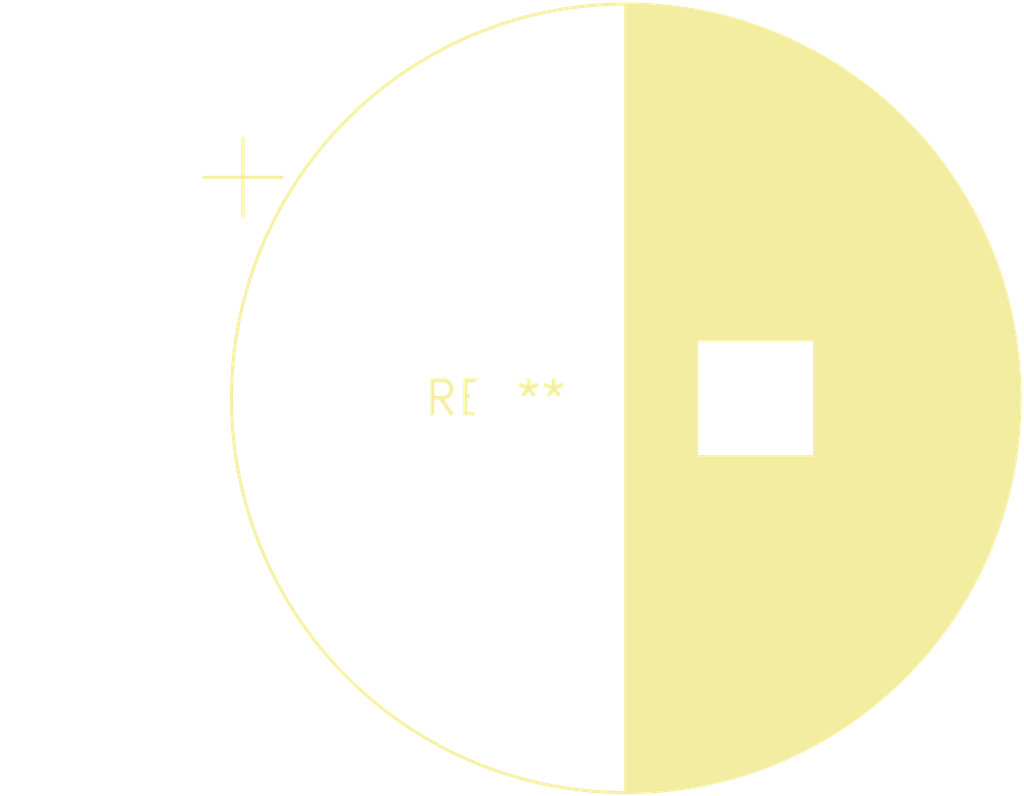
<source format=kicad_pcb>
(kicad_pcb (version 20240108) (generator pcbnew)
  (layers (0 "F.Cu" signal) (31 "B.Cu" signal) (34 "B.Paste" user) (35 "F.Paste" user) (36 "B.SilkS" user "B.Silkscreen") (37 "F.SilkS" user "F.Silkscreen") (38 "B.Mask" user) (39 "F.Mask" user) (44 "Edge.Cuts" user))
  (net 0 "")
  (footprint "CP_Radial_D30.0mm_P10.00mm_SnapIn" (layer "F.Cu") (at 0 0)
    (property "Reference" "REF**")
    (property "Value" "CP_Radial_D30.0mm_P10.00mm_SnapIn")
    (fp_line (start -11.179131 -8.475) (end -8.179131 -8.475) (layer "F.SilkS") (stroke (width 0.12)))
    (fp_line (start -9.679131 -9.975) (end -9.679131 -6.975) (layer "F.SilkS") (stroke (width 0.12)))
    (fp_line (start 5 -15.081) (end 5 15.081) (layer "F.SilkS") (stroke (width 0.12)))
    (fp_line (start 5.04 -15.08) (end 5.04 15.08) (layer "F.SilkS") (stroke (width 0.12)))
    (fp_line (start 5.08 -15.08) (end 5.08 15.08) (layer "F.SilkS") (stroke (width 0.12)))
    (fp_line (start 5.12 -15.08) (end 5.12 15.08) (layer "F.SilkS") (stroke (width 0.12)))
    (fp_line (start 5.16 -15.08) (end 5.16 15.08) (layer "F.SilkS") (stroke (width 0.12)))
    (fp_line (start 5.2 -15.079) (end 5.2 15.079) (layer "F.SilkS") (stroke (width 0.12)))
    (fp_line (start 5.24 -15.079) (end 5.24 15.079) (layer "F.SilkS") (stroke (width 0.12)))
    (fp_line (start 5.28 -15.078) (end 5.28 15.078) (layer "F.SilkS") (stroke (width 0.12)))
    (fp_line (start 5.32 -15.077) (end 5.32 15.077) (layer "F.SilkS") (stroke (width 0.12)))
    (fp_line (start 5.36 -15.076) (end 5.36 15.076) (layer "F.SilkS") (stroke (width 0.12)))
    (fp_line (start 5.4 -15.075) (end 5.4 15.075) (layer "F.SilkS") (stroke (width 0.12)))
    (fp_line (start 5.44 -15.074) (end 5.44 15.074) (layer "F.SilkS") (stroke (width 0.12)))
    (fp_line (start 5.48 -15.073) (end 5.48 15.073) (layer "F.SilkS") (stroke (width 0.12)))
    (fp_line (start 5.52 -15.072) (end 5.52 15.072) (layer "F.SilkS") (stroke (width 0.12)))
    (fp_line (start 5.56 -15.07) (end 5.56 15.07) (layer "F.SilkS") (stroke (width 0.12)))
    (fp_line (start 5.6 -15.069) (end 5.6 15.069) (layer "F.SilkS") (stroke (width 0.12)))
    (fp_line (start 5.64 -15.067) (end 5.64 15.067) (layer "F.SilkS") (stroke (width 0.12)))
    (fp_line (start 5.68 -15.065) (end 5.68 15.065) (layer "F.SilkS") (stroke (width 0.12)))
    (fp_line (start 5.721 -15.063) (end 5.721 15.063) (layer "F.SilkS") (stroke (width 0.12)))
    (fp_line (start 5.761 -15.061) (end 5.761 15.061) (layer "F.SilkS") (stroke (width 0.12)))
    (fp_line (start 5.801 -15.059) (end 5.801 15.059) (layer "F.SilkS") (stroke (width 0.12)))
    (fp_line (start 5.841 -15.057) (end 5.841 15.057) (layer "F.SilkS") (stroke (width 0.12)))
    (fp_line (start 5.881 -15.055) (end 5.881 15.055) (layer "F.SilkS") (stroke (width 0.12)))
    (fp_line (start 5.921 -15.052) (end 5.921 15.052) (layer "F.SilkS") (stroke (width 0.12)))
    (fp_line (start 5.961 -15.05) (end 5.961 15.05) (layer "F.SilkS") (stroke (width 0.12)))
    (fp_line (start 6.001 -15.047) (end 6.001 15.047) (layer "F.SilkS") (stroke (width 0.12)))
    (fp_line (start 6.041 -15.045) (end 6.041 15.045) (layer "F.SilkS") (stroke (width 0.12)))
    (fp_line (start 6.081 -15.042) (end 6.081 15.042) (layer "F.SilkS") (stroke (width 0.12)))
    (fp_line (start 6.121 -15.039) (end 6.121 15.039) (layer "F.SilkS") (stroke (width 0.12)))
    (fp_line (start 6.161 -15.036) (end 6.161 15.036) (layer "F.SilkS") (stroke (width 0.12)))
    (fp_line (start 6.201 -15.033) (end 6.201 15.033) (layer "F.SilkS") (stroke (width 0.12)))
    (fp_line (start 6.241 -15.03) (end 6.241 15.03) (layer "F.SilkS") (stroke (width 0.12)))
    (fp_line (start 6.281 -15.026) (end 6.281 15.026) (layer "F.SilkS") (stroke (width 0.12)))
    (fp_line (start 6.321 -15.023) (end 6.321 15.023) (layer "F.SilkS") (stroke (width 0.12)))
    (fp_line (start 6.361 -15.019) (end 6.361 15.019) (layer "F.SilkS") (stroke (width 0.12)))
    (fp_line (start 6.401 -15.016) (end 6.401 15.016) (layer "F.SilkS") (stroke (width 0.12)))
    (fp_line (start 6.441 -15.012) (end 6.441 15.012) (layer "F.SilkS") (stroke (width 0.12)))
    (fp_line (start 6.481 -15.008) (end 6.481 15.008) (layer "F.SilkS") (stroke (width 0.12)))
    (fp_line (start 6.521 -15.004) (end 6.521 15.004) (layer "F.SilkS") (stroke (width 0.12)))
    (fp_line (start 6.561 -15) (end 6.561 15) (layer "F.SilkS") (stroke (width 0.12)))
    (fp_line (start 6.601 -14.996) (end 6.601 14.996) (layer "F.SilkS") (stroke (width 0.12)))
    (fp_line (start 6.641 -14.991) (end 6.641 14.991) (layer "F.SilkS") (stroke (width 0.12)))
    (fp_line (start 6.681 -14.987) (end 6.681 14.987) (layer "F.SilkS") (stroke (width 0.12)))
    (fp_line (start 6.721 -14.982) (end 6.721 14.982) (layer "F.SilkS") (stroke (width 0.12)))
    (fp_line (start 6.761 -14.978) (end 6.761 14.978) (layer "F.SilkS") (stroke (width 0.12)))
    (fp_line (start 6.801 -14.973) (end 6.801 14.973) (layer "F.SilkS") (stroke (width 0.12)))
    (fp_line (start 6.841 -14.968) (end 6.841 14.968) (layer "F.SilkS") (stroke (width 0.12)))
    (fp_line (start 6.881 -14.963) (end 6.881 14.963) (layer "F.SilkS") (stroke (width 0.12)))
    (fp_line (start 6.921 -14.958) (end 6.921 14.958) (layer "F.SilkS") (stroke (width 0.12)))
    (fp_line (start 6.961 -14.953) (end 6.961 14.953) (layer "F.SilkS") (stroke (width 0.12)))
    (fp_line (start 7.001 -14.948) (end 7.001 14.948) (layer "F.SilkS") (stroke (width 0.12)))
    (fp_line (start 7.041 -14.942) (end 7.041 14.942) (layer "F.SilkS") (stroke (width 0.12)))
    (fp_line (start 7.081 -14.937) (end 7.081 14.937) (layer "F.SilkS") (stroke (width 0.12)))
    (fp_line (start 7.121 -14.931) (end 7.121 14.931) (layer "F.SilkS") (stroke (width 0.12)))
    (fp_line (start 7.161 -14.925) (end 7.161 14.925) (layer "F.SilkS") (stroke (width 0.12)))
    (fp_line (start 7.201 -14.92) (end 7.201 14.92) (layer "F.SilkS") (stroke (width 0.12)))
    (fp_line (start 7.241 -14.914) (end 7.241 14.914) (layer "F.SilkS") (stroke (width 0.12)))
    (fp_line (start 7.281 -14.908) (end 7.281 14.908) (layer "F.SilkS") (stroke (width 0.12)))
    (fp_line (start 7.321 -14.901) (end 7.321 14.901) (layer "F.SilkS") (stroke (width 0.12)))
    (fp_line (start 7.361 -14.895) (end 7.361 14.895) (layer "F.SilkS") (stroke (width 0.12)))
    (fp_line (start 7.401 -14.889) (end 7.401 14.889) (layer "F.SilkS") (stroke (width 0.12)))
    (fp_line (start 7.441 -14.882) (end 7.441 14.882) (layer "F.SilkS") (stroke (width 0.12)))
    (fp_line (start 7.481 -14.876) (end 7.481 14.876) (layer "F.SilkS") (stroke (width 0.12)))
    (fp_line (start 7.521 -14.869) (end 7.521 14.869) (layer "F.SilkS") (stroke (width 0.12)))
    (fp_line (start 7.561 -14.862) (end 7.561 14.862) (layer "F.SilkS") (stroke (width 0.12)))
    (fp_line (start 7.601 -14.855) (end 7.601 14.855) (layer "F.SilkS") (stroke (width 0.12)))
    (fp_line (start 7.641 -14.848) (end 7.641 14.848) (layer "F.SilkS") (stroke (width 0.12)))
    (fp_line (start 7.681 -14.841) (end 7.681 14.841) (layer "F.SilkS") (stroke (width 0.12)))
    (fp_line (start 7.721 -14.834) (end 7.721 14.834) (layer "F.SilkS") (stroke (width 0.12)))
    (fp_line (start 7.761 -14.826) (end 7.761 -2.24) (layer "F.SilkS") (stroke (width 0.12)))
    (fp_line (start 7.761 2.24) (end 7.761 14.826) (layer "F.SilkS") (stroke (width 0.12)))
    (fp_line (start 7.801 -14.819) (end 7.801 -2.24) (layer "F.SilkS") (stroke (width 0.12)))
    (fp_line (start 7.801 2.24) (end 7.801 14.819) (layer "F.SilkS") (stroke (width 0.12)))
    (fp_line (start 7.841 -14.811) (end 7.841 -2.24) (layer "F.SilkS") (stroke (width 0.12)))
    (fp_line (start 7.841 2.24) (end 7.841 14.811) (layer "F.SilkS") (stroke (width 0.12)))
    (fp_line (start 7.881 -14.804) (end 7.881 -2.24) (layer "F.SilkS") (stroke (width 0.12)))
    (fp_line (start 7.881 2.24) (end 7.881 14.804) (layer "F.SilkS") (stroke (width 0.12)))
    (fp_line (start 7.921 -14.796) (end 7.921 -2.24) (layer "F.SilkS") (stroke (width 0.12)))
    (fp_line (start 7.921 2.24) (end 7.921 14.796) (layer "F.SilkS") (stroke (width 0.12)))
    (fp_line (start 7.961 -14.788) (end 7.961 -2.24) (layer "F.SilkS") (stroke (width 0.12)))
    (fp_line (start 7.961 2.24) (end 7.961 14.788) (layer "F.SilkS") (stroke (width 0.12)))
    (fp_line (start 8.001 -14.78) (end 8.001 -2.24) (layer "F.SilkS") (stroke (width 0.12)))
    (fp_line (start 8.001 2.24) (end 8.001 14.78) (layer "F.SilkS") (stroke (width 0.12)))
    (fp_line (start 8.041 -14.772) (end 8.041 -2.24) (layer "F.SilkS") (stroke (width 0.12)))
    (fp_line (start 8.041 2.24) (end 8.041 14.772) (layer "F.SilkS") (stroke (width 0.12)))
    (fp_line (start 8.081 -14.763) (end 8.081 -2.24) (layer "F.SilkS") (stroke (width 0.12)))
    (fp_line (start 8.081 2.24) (end 8.081 14.763) (layer "F.SilkS") (stroke (width 0.12)))
    (fp_line (start 8.121 -14.755) (end 8.121 -2.24) (layer "F.SilkS") (stroke (width 0.12)))
    (fp_line (start 8.121 2.24) (end 8.121 14.755) (layer "F.SilkS") (stroke (width 0.12)))
    (fp_line (start 8.161 -14.747) (end 8.161 -2.24) (layer "F.SilkS") (stroke (width 0.12)))
    (fp_line (start 8.161 2.24) (end 8.161 14.747) (layer "F.SilkS") (stroke (width 0.12)))
    (fp_line (start 8.201 -14.738) (end 8.201 -2.24) (layer "F.SilkS") (stroke (width 0.12)))
    (fp_line (start 8.201 2.24) (end 8.201 14.738) (layer "F.SilkS") (stroke (width 0.12)))
    (fp_line (start 8.241 -14.729) (end 8.241 -2.24) (layer "F.SilkS") (stroke (width 0.12)))
    (fp_line (start 8.241 2.24) (end 8.241 14.729) (layer "F.SilkS") (stroke (width 0.12)))
    (fp_line (start 8.281 -14.72) (end 8.281 -2.24) (layer "F.SilkS") (stroke (width 0.12)))
    (fp_line (start 8.281 2.24) (end 8.281 14.72) (layer "F.SilkS") (stroke (width 0.12)))
    (fp_line (start 8.321 -14.711) (end 8.321 -2.24) (layer "F.SilkS") (stroke (width 0.12)))
    (fp_line (start 8.321 2.24) (end 8.321 14.711) (layer "F.SilkS") (stroke (width 0.12)))
    (fp_line (start 8.361 -14.702) (end 8.361 -2.24) (layer "F.SilkS") (stroke (width 0.12)))
    (fp_line (start 8.361 2.24) (end 8.361 14.702) (layer "F.SilkS") (stroke (width 0.12)))
    (fp_line (start 8.401 -14.693) (end 8.401 -2.24) (layer "F.SilkS") (stroke (width 0.12)))
    (fp_line (start 8.401 2.24) (end 8.401 14.693) (layer "F.SilkS") (stroke (width 0.12)))
    (fp_line (start 8.441 -14.684) (end 8.441 -2.24) (layer "F.SilkS") (stroke (width 0.12)))
    (fp_line (start 8.441 2.24) (end 8.441 14.684) (layer "F.SilkS") (stroke (width 0.12)))
    (fp_line (start 8.481 -14.675) (end 8.481 -2.24) (layer "F.SilkS") (stroke (width 0.12)))
    (fp_line (start 8.481 2.24) (end 8.481 14.675) (layer "F.SilkS") (stroke (width 0.12)))
    (fp_line (start 8.521 -14.665) (end 8.521 -2.24) (layer "F.SilkS") (stroke (width 0.12)))
    (fp_line (start 8.521 2.24) (end 8.521 14.665) (layer "F.SilkS") (stroke (width 0.12)))
    (fp_line (start 8.561 -14.655) (end 8.561 -2.24) (layer "F.SilkS") (stroke (width 0.12)))
    (fp_line (start 8.561 2.24) (end 8.561 14.655) (layer "F.SilkS") (stroke (width 0.12)))
    (fp_line (start 8.601 -14.646) (end 8.601 -2.24) (layer "F.SilkS") (stroke (width 0.12)))
    (fp_line (start 8.601 2.24) (end 8.601 14.646) (layer "F.SilkS") (stroke (width 0.12)))
    (fp_line (start 8.641 -14.636) (end 8.641 -2.24) (layer "F.SilkS") (stroke (width 0.12)))
    (fp_line (start 8.641 2.24) (end 8.641 14.636) (layer "F.SilkS") (stroke (width 0.12)))
    (fp_line (start 8.681 -14.626) (end 8.681 -2.24) (layer "F.SilkS") (stroke (width 0.12)))
    (fp_line (start 8.681 2.24) (end 8.681 14.626) (layer "F.SilkS") (stroke (width 0.12)))
    (fp_line (start 8.721 -14.616) (end 8.721 -2.24) (layer "F.SilkS") (stroke (width 0.12)))
    (fp_line (start 8.721 2.24) (end 8.721 14.616) (layer "F.SilkS") (stroke (width 0.12)))
    (fp_line (start 8.761 -14.606) (end 8.761 -2.24) (layer "F.SilkS") (stroke (width 0.12)))
    (fp_line (start 8.761 2.24) (end 8.761 14.606) (layer "F.SilkS") (stroke (width 0.12)))
    (fp_line (start 8.801 -14.595) (end 8.801 -2.24) (layer "F.SilkS") (stroke (width 0.12)))
    (fp_line (start 8.801 2.24) (end 8.801 14.595) (layer "F.SilkS") (stroke (width 0.12)))
    (fp_line (start 8.841 -14.585) (end 8.841 -2.24) (layer "F.SilkS") (stroke (width 0.12)))
    (fp_line (start 8.841 2.24) (end 8.841 14.585) (layer "F.SilkS") (stroke (width 0.12)))
    (fp_line (start 8.881 -14.574) (end 8.881 -2.24) (layer "F.SilkS") (stroke (width 0.12)))
    (fp_line (start 8.881 2.24) (end 8.881 14.574) (layer "F.SilkS") (stroke (width 0.12)))
    (fp_line (start 8.921 -14.564) (end 8.921 -2.24) (layer "F.SilkS") (stroke (width 0.12)))
    (fp_line (start 8.921 2.24) (end 8.921 14.564) (layer "F.SilkS") (stroke (width 0.12)))
    (fp_line (start 8.961 -14.553) (end 8.961 -2.24) (layer "F.SilkS") (stroke (width 0.12)))
    (fp_line (start 8.961 2.24) (end 8.961 14.553) (layer "F.SilkS") (stroke (width 0.12)))
    (fp_line (start 9.001 -14.542) (end 9.001 -2.24) (layer "F.SilkS") (stroke (width 0.12)))
    (fp_line (start 9.001 2.24) (end 9.001 14.542) (layer "F.SilkS") (stroke (width 0.12)))
    (fp_line (start 9.041 -14.531) (end 9.041 -2.24) (layer "F.SilkS") (stroke (width 0.12)))
    (fp_line (start 9.041 2.24) (end 9.041 14.531) (layer "F.SilkS") (stroke (width 0.12)))
    (fp_line (start 9.081 -14.52) (end 9.081 -2.24) (layer "F.SilkS") (stroke (width 0.12)))
    (fp_line (start 9.081 2.24) (end 9.081 14.52) (layer "F.SilkS") (stroke (width 0.12)))
    (fp_line (start 9.121 -14.508) (end 9.121 -2.24) (layer "F.SilkS") (stroke (width 0.12)))
    (fp_line (start 9.121 2.24) (end 9.121 14.508) (layer "F.SilkS") (stroke (width 0.12)))
    (fp_line (start 9.161 -14.497) (end 9.161 -2.24) (layer "F.SilkS") (stroke (width 0.12)))
    (fp_line (start 9.161 2.24) (end 9.161 14.497) (layer "F.SilkS") (stroke (width 0.12)))
    (fp_line (start 9.201 -14.485) (end 9.201 -2.24) (layer "F.SilkS") (stroke (width 0.12)))
    (fp_line (start 9.201 2.24) (end 9.201 14.485) (layer "F.SilkS") (stroke (width 0.12)))
    (fp_line (start 9.241 -14.474) (end 9.241 -2.24) (layer "F.SilkS") (stroke (width 0.12)))
    (fp_line (start 9.241 2.24) (end 9.241 14.474) (layer "F.SilkS") (stroke (width 0.12)))
    (fp_line (start 9.281 -14.462) (end 9.281 -2.24) (layer "F.SilkS") (stroke (width 0.12)))
    (fp_line (start 9.281 2.24) (end 9.281 14.462) (layer "F.SilkS") (stroke (width 0.12)))
    (fp_line (start 9.321 -14.45) (end 9.321 -2.24) (layer "F.SilkS") (stroke (width 0.12)))
    (fp_line (start 9.321 2.24) (end 9.321 14.45) (layer "F.SilkS") (stroke (width 0.12)))
    (fp_line (start 9.361 -14.438) (end 9.361 -2.24) (layer "F.SilkS") (stroke (width 0.12)))
    (fp_line (start 9.361 2.24) (end 9.361 14.438) (layer "F.SilkS") (stroke (width 0.12)))
    (fp_line (start 9.401 -14.426) (end 9.401 -2.24) (layer "F.SilkS") (stroke (width 0.12)))
    (fp_line (start 9.401 2.24) (end 9.401 14.426) (layer "F.SilkS") (stroke (width 0.12)))
    (fp_line (start 9.441 -14.414) (end 9.441 -2.24) (layer "F.SilkS") (stroke (width 0.12)))
    (fp_line (start 9.441 2.24) (end 9.441 14.414) (layer "F.SilkS") (stroke (width 0.12)))
    (fp_line (start 9.481 -14.402) (end 9.481 -2.24) (layer "F.SilkS") (stroke (width 0.12)))
    (fp_line (start 9.481 2.24) (end 9.481 14.402) (layer "F.SilkS") (stroke (width 0.12)))
    (fp_line (start 9.521 -14.389) (end 9.521 -2.24) (layer "F.SilkS") (stroke (width 0.12)))
    (fp_line (start 9.521 2.24) (end 9.521 14.389) (layer "F.SilkS") (stroke (width 0.12)))
    (fp_line (start 9.561 -14.376) (end 9.561 -2.24) (layer "F.SilkS") (stroke (width 0.12)))
    (fp_line (start 9.561 2.24) (end 9.561 14.376) (layer "F.SilkS") (stroke (width 0.12)))
    (fp_line (start 9.601 -14.364) (end 9.601 -2.24) (layer "F.SilkS") (stroke (width 0.12)))
    (fp_line (start 9.601 2.24) (end 9.601 14.364) (layer "F.SilkS") (stroke (width 0.12)))
    (fp_line (start 9.641 -14.351) (end 9.641 -2.24) (layer "F.SilkS") (stroke (width 0.12)))
    (fp_line (start 9.641 2.24) (end 9.641 14.351) (layer "F.SilkS") (stroke (width 0.12)))
    (fp_line (start 9.681 -14.338) (end 9.681 -2.24) (layer "F.SilkS") (stroke (width 0.12)))
    (fp_line (start 9.681 2.24) (end 9.681 14.338) (layer "F.SilkS") (stroke (width 0.12)))
    (fp_line (start 9.721 -14.325) (end 9.721 -2.24) (layer "F.SilkS") (stroke (width 0.12)))
    (fp_line (start 9.721 2.24) (end 9.721 14.325) (layer "F.SilkS") (stroke (width 0.12)))
    (fp_line (start 9.761 -14.312) (end 9.761 -2.24) (layer "F.SilkS") (stroke (width 0.12)))
    (fp_line (start 9.761 2.24) (end 9.761 14.312) (layer "F.SilkS") (stroke (width 0.12)))
    (fp_line (start 9.801 -14.298) (end 9.801 -2.24) (layer "F.SilkS") (stroke (width 0.12)))
    (fp_line (start 9.801 2.24) (end 9.801 14.298) (layer "F.SilkS") (stroke (width 0.12)))
    (fp_line (start 9.841 -14.285) (end 9.841 -2.24) (layer "F.SilkS") (stroke (width 0.12)))
    (fp_line (start 9.841 2.24) (end 9.841 14.285) (layer "F.SilkS") (stroke (width 0.12)))
    (fp_line (start 9.881 -14.271) (end 9.881 -2.24) (layer "F.SilkS") (stroke (width 0.12)))
    (fp_line (start 9.881 2.24) (end 9.881 14.271) (layer "F.SilkS") (stroke (width 0.12)))
    (fp_line (start 9.921 -14.258) (end 9.921 -2.24) (layer "F.SilkS") (stroke (width 0.12)))
    (fp_line (start 9.921 2.24) (end 9.921 14.258) (layer "F.SilkS") (stroke (width 0.12)))
    (fp_line (start 9.961 -14.244) (end 9.961 -2.24) (layer "F.SilkS") (stroke (width 0.12)))
    (fp_line (start 9.961 2.24) (end 9.961 14.244) (layer "F.SilkS") (stroke (width 0.12)))
    (fp_line (start 10.001 -14.23) (end 10.001 -2.24) (layer "F.SilkS") (stroke (width 0.12)))
    (fp_line (start 10.001 2.24) (end 10.001 14.23) (layer "F.SilkS") (stroke (width 0.12)))
    (fp_line (start 10.041 -14.216) (end 10.041 -2.24) (layer "F.SilkS") (stroke (width 0.12)))
    (fp_line (start 10.041 2.24) (end 10.041 14.216) (layer "F.SilkS") (stroke (width 0.12)))
    (fp_line (start 10.081 -14.202) (end 10.081 -2.24) (layer "F.SilkS") (stroke (width 0.12)))
    (fp_line (start 10.081 2.24) (end 10.081 14.202) (layer "F.SilkS") (stroke (width 0.12)))
    (fp_line (start 10.121 -14.187) (end 10.121 -2.24) (layer "F.SilkS") (stroke (width 0.12)))
    (fp_line (start 10.121 2.24) (end 10.121 14.187) (layer "F.SilkS") (stroke (width 0.12)))
    (fp_line (start 10.161 -14.173) (end 10.161 -2.24) (layer "F.SilkS") (stroke (width 0.12)))
    (fp_line (start 10.161 2.24) (end 10.161 14.173) (layer "F.SilkS") (stroke (width 0.12)))
    (fp_line (start 10.201 -14.158) (end 10.201 -2.24) (layer "F.SilkS") (stroke (width 0.12)))
    (fp_line (start 10.201 2.24) (end 10.201 14.158) (layer "F.SilkS") (stroke (width 0.12)))
    (fp_line (start 10.241 -14.143) (end 10.241 -2.24) (layer "F.SilkS") (stroke (width 0.12)))
    (fp_line (start 10.241 2.24) (end 10.241 14.143) (layer "F.SilkS") (stroke (width 0.12)))
    (fp_line (start 10.281 -14.129) (end 10.281 -2.24) (layer "F.SilkS") (stroke (width 0.12)))
    (fp_line (start 10.281 2.24) (end 10.281 14.129) (layer "F.SilkS") (stroke (width 0.12)))
    (fp_line (start 10.321 -14.114) (end 10.321 -2.24) (layer "F.SilkS") (stroke (width 0.12)))
    (fp_line (start 10.321 2.24) (end 10.321 14.114) (layer "F.SilkS") (stroke (width 0.12)))
    (fp_line (start 10.361 -14.099) (end 10.361 -2.24) (layer "F.SilkS") (stroke (width 0.12)))
    (fp_line (start 10.361 2.24) (end 10.361 14.099) (layer "F.SilkS") (stroke (width 0.12)))
    (fp_line (start 10.401 -14.083) (end 10.401 -2.24) (layer "F.SilkS") (stroke (width 0.12)))
    (fp_line (start 10.401 2.24) (end 10.401 14.083) (layer "F.SilkS") (stroke (width 0.12)))
    (fp_line (start 10.441 -14.068) (end 10.441 -2.24) (layer "F.SilkS") (stroke (width 0.12)))
    (fp_line (start 10.441 2.24) (end 10.441 14.068) (layer "F.SilkS") (stroke (width 0.12)))
    (fp_line (start 10.481 -14.052) (end 10.481 -2.24) (layer "F.SilkS") (stroke (width 0.12)))
    (fp_line (start 10.481 2.24) (end 10.481 14.052) (layer "F.SilkS") (stroke (width 0.12)))
    (fp_line (start 10.521 -14.037) (end 10.521 -2.24) (layer "F.SilkS") (stroke (width 0.12)))
    (fp_line (start 10.521 2.24) (end 10.521 14.037) (layer "F.SilkS") (stroke (width 0.12)))
    (fp_line (start 10.561 -14.021) (end 10.561 -2.24) (layer "F.SilkS") (stroke (width 0.12)))
    (fp_line (start 10.561 2.24) (end 10.561 14.021) (layer "F.SilkS") (stroke (width 0.12)))
    (fp_line (start 10.601 -14.005) (end 10.601 -2.24) (layer "F.SilkS") (stroke (width 0.12)))
    (fp_line (start 10.601 2.24) (end 10.601 14.005) (layer "F.SilkS") (stroke (width 0.12)))
    (fp_line (start 10.641 -13.989) (end 10.641 -2.24) (layer "F.SilkS") (stroke (width 0.12)))
    (fp_line (start 10.641 2.24) (end 10.641 13.989) (layer "F.SilkS") (stroke (width 0.12)))
    (fp_line (start 10.681 -13.973) (end 10.681 -2.24) (layer "F.SilkS") (stroke (width 0.12)))
    (fp_line (start 10.681 2.24) (end 10.681 13.973) (layer "F.SilkS") (stroke (width 0.12)))
    (fp_line (start 10.721 -13.957) (end 10.721 -2.24) (layer "F.SilkS") (stroke (width 0.12)))
    (fp_line (start 10.721 2.24) (end 10.721 13.957) (layer "F.SilkS") (stroke (width 0.12)))
    (fp_line (start 10.761 -13.94) (end 10.761 -2.24) (layer "F.SilkS") (stroke (width 0.12)))
    (fp_line (start 10.761 2.24) (end 10.761 13.94) (layer "F.SilkS") (stroke (width 0.12)))
    (fp_line (start 10.801 -13.924) (end 10.801 -2.24) (layer "F.SilkS") (stroke (width 0.12)))
    (fp_line (start 10.801 2.24) (end 10.801 13.924) (layer "F.SilkS") (stroke (width 0.12)))
    (fp_line (start 10.841 -13.907) (end 10.841 -2.24) (layer "F.SilkS") (stroke (width 0.12)))
    (fp_line (start 10.841 2.24) (end 10.841 13.907) (layer "F.SilkS") (stroke (width 0.12)))
    (fp_line (start 10.881 -13.89) (end 10.881 -2.24) (layer "F.SilkS") (stroke (width 0.12)))
    (fp_line (start 10.881 2.24) (end 10.881 13.89) (layer "F.SilkS") (stroke (width 0.12)))
    (fp_line (start 10.921 -13.873) (end 10.921 -2.24) (layer "F.SilkS") (stroke (width 0.12)))
    (fp_line (start 10.921 2.24) (end 10.921 13.873) (layer "F.SilkS") (stroke (width 0.12)))
    (fp_line (start 10.961 -13.856) (end 10.961 -2.24) (layer "F.SilkS") (stroke (width 0.12)))
    (fp_line (start 10.961 2.24) (end 10.961 13.856) (layer "F.SilkS") (stroke (width 0.12)))
    (fp_line (start 11.001 -13.839) (end 11.001 -2.24) (layer "F.SilkS") (stroke (width 0.12)))
    (fp_line (start 11.001 2.24) (end 11.001 13.839) (layer "F.SilkS") (stroke (width 0.12)))
    (fp_line (start 11.041 -13.822) (end 11.041 -2.24) (layer "F.SilkS") (stroke (width 0.12)))
    (fp_line (start 11.041 2.24) (end 11.041 13.822) (layer "F.SilkS") (stroke (width 0.12)))
    (fp_line (start 11.081 -13.804) (end 11.081 -2.24) (layer "F.SilkS") (stroke (width 0.12)))
    (fp_line (start 11.081 2.24) (end 11.081 13.804) (layer "F.SilkS") (stroke (width 0.12)))
    (fp_line (start 11.121 -13.787) (end 11.121 -2.24) (layer "F.SilkS") (stroke (width 0.12)))
    (fp_line (start 11.121 2.24) (end 11.121 13.787) (layer "F.SilkS") (stroke (width 0.12)))
    (fp_line (start 11.161 -13.769) (end 11.161 -2.24) (layer "F.SilkS") (stroke (width 0.12)))
    (fp_line (start 11.161 2.24) (end 11.161 13.769) (layer "F.SilkS") (stroke (width 0.12)))
    (fp_line (start 11.201 -13.751) (end 11.201 -2.24) (layer "F.SilkS") (stroke (width 0.12)))
    (fp_line (start 11.201 2.24) (end 11.201 13.751) (layer "F.SilkS") (stroke (width 0.12)))
    (fp_line (start 11.241 -13.733) (end 11.241 -2.24) (layer "F.SilkS") (stroke (width 0.12)))
    (fp_line (start 11.241 2.24) (end 11.241 13.733) (layer "F.SilkS") (stroke (width 0.12)))
    (fp_line (start 11.281 -13.715) (end 11.281 -2.24) (layer "F.SilkS") (stroke (width 0.12)))
    (fp_line (start 11.281 2.24) (end 11.281 13.715) (layer "F.SilkS") (stroke (width 0.12)))
    (fp_line (start 11.321 -13.696) (end 11.321 -2.24) (layer "F.SilkS") (stroke (width 0.12)))
    (fp_line (start 11.321 2.24) (end 11.321 13.696) (layer "F.SilkS") (stroke (width 0.12)))
    (fp_line (start 11.361 -13.678) (end 11.361 -2.24) (layer "F.SilkS") (stroke (width 0.12)))
    (fp_line (start 11.361 2.24) (end 11.361 13.678) (layer "F.SilkS") (stroke (width 0.12)))
    (fp_line (start 11.401 -13.659) (end 11.401 -2.24) (layer "F.SilkS") (stroke (width 0.12)))
    (fp_line (start 11.401 2.24) (end 11.401 13.659) (layer "F.SilkS") (stroke (width 0.12)))
    (fp_line (start 11.441 -13.64) (end 11.441 -2.24) (layer "F.SilkS") (stroke (width 0.12)))
    (fp_line (start 11.441 2.24) (end 11.441 13.64) (layer "F.SilkS") (stroke (width 0.12)))
    (fp_line (start 11.481 -13.622) (end 11.481 -2.24) (layer "F.SilkS") (stroke (width 0.12)))
    (fp_line (start 11.481 2.24) (end 11.481 13.622) (layer "F.SilkS") (stroke (width 0.12)))
    (fp_line (start 11.521 -13.602) (end 11.521 -2.24) (layer "F.SilkS") (stroke (width 0.12)))
    (fp_line (start 11.521 2.24) (end 11.521 13.602) (layer "F.SilkS") (stroke (width 0.12)))
    (fp_line (start 11.561 -13.583) (end 11.561 -2.24) (layer "F.SilkS") (stroke (width 0.12)))
    (fp_line (start 11.561 2.24) (end 11.561 13.583) (layer "F.SilkS") (stroke (width 0.12)))
    (fp_line (start 11.601 -13.564) (end 11.601 -2.24) (layer "F.SilkS") (stroke (width 0.12)))
    (fp_line (start 11.601 2.24) (end 11.601 13.564) (layer "F.SilkS") (stroke (width 0.12)))
    (fp_line (start 11.641 -13.544) (end 11.641 -2.24) (layer "F.SilkS") (stroke (width 0.12)))
    (fp_line (start 11.641 2.24) (end 11.641 13.544) (layer "F.SilkS") (stroke (width 0.12)))
    (fp_line (start 11.681 -13.525) (end 11.681 -2.24) (layer "F.SilkS") (stroke (width 0.12)))
    (fp_line (start 11.681 2.24) (end 11.681 13.525) (layer "F.SilkS") (stroke (width 0.12)))
    (fp_line (start 11.721 -13.505) (end 11.721 -2.24) (layer "F.SilkS") (stroke (width 0.12)))
    (fp_line (start 11.721 2.24) (end 11.721 13.505) (layer "F.SilkS") (stroke (width 0.12)))
    (fp_line (start 11.761 -13.485) (end 11.761 -2.24) (layer "F.SilkS") (stroke (width 0.12)))
    (fp_line (start 11.761 2.24) (end 11.761 13.485) (layer "F.SilkS") (stroke (width 0.12)))
    (fp_line (start 11.801 -13.465) (end 11.801 -2.24) (layer "F.SilkS") (stroke (width 0.12)))
    (fp_line (start 11.801 2.24) (end 11.801 13.465) (layer "F.SilkS") (stroke (width 0.12)))
    (fp_line (start 11.841 -13.445) (end 11.841 -2.24) (layer "F.SilkS") (stroke (width 0.12)))
    (fp_line (start 11.841 2.24) (end 11.841 13.445) (layer "F.SilkS") (stroke (width 0.12)))
    (fp_line (start 11.881 -13.425) (end 11.881 -2.24) (layer "F.SilkS") (stroke (width 0.12)))
    (fp_line (start 11.881 2.24) (end 11.881 13.425) (layer "F.SilkS") (stroke (width 0.12)))
    (fp_line (start 11.921 -13.404) (end 11.921 -2.24) (layer "F.SilkS") (stroke (width 0.12)))
    (fp_line (start 11.921 2.24) (end 11.921 13.404) (layer "F.SilkS") (stroke (width 0.12)))
    (fp_line (start 11.961 -13.383) (end 11.961 -2.24) (layer "F.SilkS") (stroke (width 0.12)))
    (fp_line (start 11.961 2.24) (end 11.961 13.383) (layer "F.SilkS") (stroke (width 0.12)))
    (fp_line (start 12.001 -13.363) (end 12.001 -2.24) (layer "F.SilkS") (stroke (width 0.12)))
    (fp_line (start 12.001 2.24) (end 12.001 13.363) (layer "F.SilkS") (stroke (width 0.12)))
    (fp_line (start 12.041 -13.342) (end 12.041 -2.24) (layer "F.SilkS") (stroke (width 0.12)))
    (fp_line (start 12.041 2.24) (end 12.041 13.342) (layer "F.SilkS") (stroke (width 0.12)))
    (fp_line (start 12.081 -13.32) (end 12.081 -2.24) (layer "F.SilkS") (stroke (width 0.12)))
    (fp_line (start 12.081 2.24) (end 12.081 13.32) (layer "F.SilkS") (stroke (width 0.12)))
    (fp_line (start 12.121 -13.299) (end 12.121 -2.24) (layer "F.SilkS") (stroke (width 0.12)))
    (fp_line (start 12.121 2.24) (end 12.121 13.299) (layer "F.SilkS") (stroke (width 0.12)))
    (fp_line (start 12.161 -13.278) (end 12.161 -2.24) (layer "F.SilkS") (stroke (width 0.12)))
    (fp_line (start 12.161 2.24) (end 12.161 13.278) (layer "F.SilkS") (stroke (width 0.12)))
    (fp_line (start 12.201 -13.256) (end 12.201 -2.24) (layer "F.SilkS") (stroke (width 0.12)))
    (fp_line (start 12.201 2.24) (end 12.201 13.256) (layer "F.SilkS") (stroke (width 0.12)))
    (fp_line (start 12.241 -13.234) (end 12.241 13.234) (layer "F.SilkS") (stroke (width 0.12)))
    (fp_line (start 12.281 -13.213) (end 12.281 13.213) (layer "F.SilkS") (stroke (width 0.12)))
    (fp_line (start 12.321 -13.19) (end 12.321 13.19) (layer "F.SilkS") (stroke (width 0.12)))
    (fp_line (start 12.361 -13.168) (end 12.361 13.168) (layer "F.SilkS") (stroke (width 0.12)))
    (fp_line (start 12.401 -13.146) (end 12.401 13.146) (layer "F.SilkS") (stroke (width 0.12)))
    (fp_line (start 12.441 -13.123) (end 12.441 13.123) (layer "F.SilkS") (stroke (width 0.12)))
    (fp_line (start 12.481 -13.101) (end 12.481 13.101) (layer "F.SilkS") (stroke (width 0.12)))
    (fp_line (start 12.521 -13.078) (end 12.521 13.078) (layer "F.SilkS") (stroke (width 0.12)))
    (fp_line (start 12.561 -13.055) (end 12.561 13.055) (layer "F.SilkS") (stroke (width 0.12)))
    (fp_line (start 12.601 -13.032) (end 12.601 13.032) (layer "F.SilkS") (stroke (width 0.12)))
    (fp_line (start 12.641 -13.008) (end 12.641 13.008) (layer "F.SilkS") (stroke (width 0.12)))
    (fp_line (start 12.681 -12.985) (end 12.681 12.985) (layer "F.SilkS") (stroke (width 0.12)))
    (fp_line (start 12.721 -12.961) (end 12.721 12.961) (layer "F.SilkS") (stroke (width 0.12)))
    (fp_line (start 12.761 -12.937) (end 12.761 12.937) (layer "F.SilkS") (stroke (width 0.12)))
    (fp_line (start 12.801 -12.913) (end 12.801 12.913) (layer "F.SilkS") (stroke (width 0.12)))
    (fp_line (start 12.841 -12.889) (end 12.841 12.889) (layer "F.SilkS") (stroke (width 0.12)))
    (fp_line (start 12.881 -12.865) (end 12.881 12.865) (layer "F.SilkS") (stroke (width 0.12)))
    (fp_line (start 12.921 -12.84) (end 12.921 12.84) (layer "F.SilkS") (stroke (width 0.12)))
    (fp_line (start 12.961 -12.816) (end 12.961 12.816) (layer "F.SilkS") (stroke (width 0.12)))
    (fp_line (start 13.001 -12.791) (end 13.001 12.791) (layer "F.SilkS") (stroke (width 0.12)))
    (fp_line (start 13.041 -12.766) (end 13.041 12.766) (layer "F.SilkS") (stroke (width 0.12)))
    (fp_line (start 13.081 -12.74) (end 13.081 12.74) (layer "F.SilkS") (stroke (width 0.12)))
    (fp_line (start 13.121 -12.715) (end 13.121 12.715) (layer "F.SilkS") (stroke (width 0.12)))
    (fp_line (start 13.161 -12.69) (end 13.161 12.69) (layer "F.SilkS") (stroke (width 0.12)))
    (fp_line (start 13.2 -12.664) (end 13.2 12.664) (layer "F.SilkS") (stroke (width 0.12)))
    (fp_line (start 13.24 -12.638) (end 13.24 12.638) (layer "F.SilkS") (stroke (width 0.12)))
    (fp_line (start 13.28 -12.612) (end 13.28 12.612) (layer "F.SilkS") (stroke (width 0.12)))
    (fp_line (start 13.32 -12.586) (end 13.32 12.586) (layer "F.SilkS") (stroke (width 0.12)))
    (fp_line (start 13.36 -12.559) (end 13.36 12.559) (layer "F.SilkS") (stroke (width 0.12)))
    (fp_line (start 13.4 -12.532) (end 13.4 12.532) (layer "F.SilkS") (stroke (width 0.12)))
    (fp_line (start 13.44 -12.506) (end 13.44 12.506) (layer "F.SilkS") (stroke (width 0.12)))
    (fp_line (start 13.48 -12.479) (end 13.48 12.479) (layer "F.SilkS") (stroke (width 0.12)))
    (fp_line (start 13.52 -12.451) (end 13.52 12.451) (layer "F.SilkS") (stroke (width 0.12)))
    (fp_line (start 13.56 -12.424) (end 13.56 12.424) (layer "F.SilkS") (stroke (width 0.12)))
    (fp_line (start 13.6 -12.397) (end 13.6 12.397) (layer "F.SilkS") (stroke (width 0.12)))
    (fp_line (start 13.64 -12.369) (end 13.64 12.369) (layer "F.SilkS") (stroke (width 0.12)))
    (fp_line (start 13.68 -12.341) (end 13.68 12.341) (layer "F.SilkS") (stroke (width 0.12)))
    (fp_line (start 13.72 -12.313) (end 13.72 12.313) (layer "F.SilkS") (stroke (width 0.12)))
    (fp_line (start 13.76 -12.284) (end 13.76 12.284) (layer "F.SilkS") (stroke (width 0.12)))
    (fp_line (start 13.8 -12.256) (end 13.8 12.256) (layer "F.SilkS") (stroke (width 0.12)))
    (fp_line (start 13.84 -12.227) (end 13.84 12.227) (layer "F.SilkS") (stroke (width 0.12)))
    (fp_line (start 13.88 -12.198) (end 13.88 12.198) (layer "F.SilkS") (stroke (width 0.12)))
    (fp_line (start 13.92 -12.169) (end 13.92 12.169) (layer "F.SilkS") (stroke (width 0.12)))
    (fp_line (start 13.96 -12.14) (end 13.96 12.14) (layer "F.SilkS") (stroke (width 0.12)))
    (fp_line (start 14 -12.11) (end 14 12.11) (layer "F.SilkS") (stroke (width 0.12)))
    (fp_line (start 14.04 -12.08) (end 14.04 12.08) (layer "F.SilkS") (stroke (width 0.12)))
    (fp_line (start 14.08 -12.05) (end 14.08 12.05) (layer "F.SilkS") (stroke (width 0.12)))
    (fp_line (start 14.12 -12.02) (end 14.12 12.02) (layer "F.SilkS") (stroke (width 0.12)))
    (fp_line (start 14.16 -11.99) (end 14.16 11.99) (layer "F.SilkS") (stroke (width 0.12)))
    (fp_line (start 14.2 -11.959) (end 14.2 11.959) (layer "F.SilkS") (stroke (width 0.12)))
    (fp_line (start 14.24 -11.929) (end 14.24 11.929) (layer "F.SilkS") (stroke (width 0.12)))
    (fp_line (start 14.28 -11.898) (end 14.28 11.898) (layer "F.SilkS") (stroke (width 0.12)))
    (fp_line (start 14.32 -11.866) (end 14.32 11.866) (layer "F.SilkS") (stroke (width 0.12)))
    (fp_line (start 14.36 -11.835) (end 14.36 11.835) (layer "F.SilkS") (stroke (width 0.12)))
    (fp_line (start 14.4 -11.803) (end 14.4 11.803) (layer "F.SilkS") (stroke (width 0.12)))
    (fp_line (start 14.44 -11.772) (end 14.44 11.772) (layer "F.SilkS") (stroke (width 0.12)))
    (fp_line (start 14.48 -11.739) (end 14.48 11.739) (layer "F.SilkS") (stroke (width 0.12)))
    (fp_line (start 14.52 -11.707) (end 14.52 11.707) (layer "F.SilkS") (stroke (width 0.12)))
    (fp_line (start 14.56 -11.675) (end 14.56 11.675) (layer "F.SilkS") (stroke (width 0.12)))
    (fp_line (start 14.6 -11.642) (end 14.6 11.642) (layer "F.SilkS") (stroke (width 0.12)))
    (fp_line (start 14.64 -11.609) (end 14.64 11.609) (layer "F.SilkS") (stroke (width 0.12)))
    (fp_line (start 14.68 -11.576) (end 14.68 11.576) (layer "F.SilkS") (stroke (width 0.12)))
    (fp_line (start 14.72 -11.542) (end 14.72 11.542) (layer "F.SilkS") (stroke (width 0.12)))
    (fp_line (start 14.76 -11.509) (end 14.76 11.509) (layer "F.SilkS") (stroke (width 0.12)))
    (fp_line (start 14.8 -11.475) (end 14.8 11.475) (layer "F.SilkS") (stroke (width 0.12)))
    (fp_line (start 14.84 -11.44) (end 14.84 11.44) (layer "F.SilkS") (stroke (width 0.12)))
    (fp_line (start 14.88 -11.406) (end 14.88 11.406) (layer "F.SilkS") (stroke (width 0.12)))
    (fp_line (start 14.92 -11.371) (end 14.92 11.371) (layer "F.SilkS") (stroke (width 0.12)))
    (fp_line (start 14.96 -11.336) (end 14.96 11.336) (layer "F.SilkS") (stroke (width 0.12)))
    (fp_line (start 15 -11.301) (end 15 11.301) (layer "F.SilkS") (stroke (width 0.12)))
    (fp_line (start 15.04 -11.266) (end 15.04 11.266) (layer "F.SilkS") (stroke (width 0.12)))
    (fp_line (start 15.08 -11.23) (end 15.08 11.23) (layer "F.SilkS") (stroke (width 0.12)))
    (fp_line (start 15.12 -11.194) (end 15.12 11.194) (layer "F.SilkS") (stroke (width 0.12)))
    (fp_line (start 15.16 -11.158) (end 15.16 11.158) (layer "F.SilkS") (stroke (width 0.12)))
    (fp_line (start 15.2 -11.122) (end 15.2 11.122) (layer "F.SilkS") (stroke (width 0.12)))
    (fp_line (start 15.24 -11.085) (end 15.24 11.085) (layer "F.SilkS") (stroke (width 0.12)))
    (fp_line (start 15.28 -11.048) (end 15.28 11.048) (layer "F.SilkS") (stroke (width 0.12)))
    (fp_line (start 15.32 -11.011) (end 15.32 11.011) (layer "F.SilkS") (stroke (width 0.12)))
    (fp_line (start 15.36 -10.973) (end 15.36 10.973) (layer "F.SilkS") (stroke (width 0.12)))
    (fp_line (start 15.4 -10.936) (end 15.4 10.936) (layer "F.SilkS") (stroke (width 0.12)))
    (fp_line (start 15.44 -10.898) (end 15.44 10.898) (layer "F.SilkS") (stroke (width 0.12)))
    (fp_line (start 15.48 -10.859) (end 15.48 10.859) (layer "F.SilkS") (stroke (width 0.12)))
    (fp_line (start 15.52 -10.821) (end 15.52 10.821) (layer "F.SilkS") (stroke (width 0.12)))
    (fp_line (start 15.56 -10.782) (end 15.56 10.782) (layer "F.SilkS") (stroke (width 0.12)))
    (fp_line (start 15.6 -10.743) (end 15.6 10.743) (layer "F.SilkS") (stroke (width 0.12)))
    (fp_line (start 15.64 -10.703) (end 15.64 10.703) (layer "F.SilkS") (stroke (width 0.12)))
    (fp_line (start 15.68 -10.663) (end 15.68 10.663) (layer "F.SilkS") (stroke (width 0.12)))
    (fp_line (start 15.72 -10.623) (end 15.72 10.623) (layer "F.SilkS") (stroke (width 0.12)))
    (fp_line (start 15.76 -10.583) (end 15.76 10.583) (layer "F.SilkS") (stroke (width 0.12)))
    (fp_line (start 15.8 -10.542) (end 15.8 10.542) (layer "F.SilkS") (stroke (width 0.12)))
    (fp_line (start 15.84 -10.501) (end 15.84 10.501) (layer "F.SilkS") (stroke (width 0.12)))
    (fp_line (start 15.88 -10.46) (end 15.88 10.46) (layer "F.SilkS") (stroke (width 0.12)))
    (fp_line (start 15.92 -10.418) (end 15.92 10.418) (layer "F.SilkS") (stroke (width 0.12)))
    (fp_line (start 15.96 -10.376) (end 15.96 10.376) (layer "F.SilkS") (stroke (width 0.12)))
    (fp_line (start 16 -10.334) (end 16 10.334) (layer "F.SilkS") (stroke (width 0.12)))
    (fp_line (start 16.04 -10.292) (end 16.04 10.292) (layer "F.SilkS") (stroke (width 0.12)))
    (fp_line (start 16.08 -10.249) (end 16.08 10.249) (layer "F.SilkS") (stroke (width 0.12)))
    (fp_line (start 16.12 -10.205) (end 16.12 10.205) (layer "F.SilkS") (stroke (width 0.12)))
    (fp_line (start 16.16 -10.162) (end 16.16 10.162) (layer "F.SilkS") (stroke (width 0.12)))
    (fp_line (start 16.2 -10.118) (end 16.2 10.118) (layer "F.SilkS") (stroke (width 0.12)))
    (fp_line (start 16.24 -10.074) (end 16.24 10.074) (layer "F.SilkS") (stroke (width 0.12)))
    (fp_line (start 16.28 -10.029) (end 16.28 10.029) (layer "F.SilkS") (stroke (width 0.12)))
    (fp_line (start 16.32 -9.984) (end 16.32 9.984) (layer "F.SilkS") (stroke (width 0.12)))
    (fp_line (start 16.36 -9.939) (end 16.36 9.939) (layer "F.SilkS") (stroke (width 0.12)))
    (fp_line (start 16.4 -9.893) (end 16.4 9.893) (layer "F.SilkS") (stroke (width 0.12)))
    (fp_line (start 16.44 -9.847) (end 16.44 9.847) (layer "F.SilkS") (stroke (width 0.12)))
    (fp_line (start 16.48 -9.8) (end 16.48 9.8) (layer "F.SilkS") (stroke (width 0.12)))
    (fp_line (start 16.52 -9.754) (end 16.52 9.754) (layer "F.SilkS") (stroke (width 0.12)))
    (fp_line (start 16.56 -9.706) (end 16.56 9.706) (layer "F.SilkS") (stroke (width 0.12)))
    (fp_line (start 16.6 -9.659) (end 16.6 9.659) (layer "F.SilkS") (stroke (width 0.12)))
    (fp_line (start 16.64 -9.611) (end 16.64 9.611) (layer "F.SilkS") (stroke (width 0.12)))
    (fp_line (start 16.68 -9.562) (end 16.68 9.562) (layer "F.SilkS") (stroke (width 0.12)))
    (fp_line (start 16.72 -9.513) (end 16.72 9.513) (layer "F.SilkS") (stroke (width 0.12)))
    (fp_line (start 16.76 -9.464) (end 16.76 9.464) (layer "F.SilkS") (stroke (width 0.12)))
    (fp_line (start 16.8 -9.414) (end 16.8 9.414) (layer "F.SilkS") (stroke (width 0.12)))
    (fp_line (start 16.84 -9.364) (end 16.84 9.364) (layer "F.SilkS") (stroke (width 0.12)))
    (fp_line (start 16.88 -9.314) (end 16.88 9.314) (layer "F.SilkS") (stroke (width 0.12)))
    (fp_line (start 16.92 -9.263) (end 16.92 9.263) (layer "F.SilkS") (stroke (width 0.12)))
    (fp_line (start 16.96 -9.211) (end 16.96 9.211) (layer "F.SilkS") (stroke (width 0.12)))
    (fp_line (start 17 -9.159) (end 17 9.159) (layer "F.SilkS") (stroke (width 0.12)))
    (fp_line (start 17.04 -9.107) (end 17.04 9.107) (layer "F.SilkS") (stroke (width 0.12)))
    (fp_line (start 17.08 -9.054) (end 17.08 9.054) (layer "F.SilkS") (stroke (width 0.12)))
    (fp_line (start 17.12 -9) (end 17.12 9) (layer "F.SilkS") (stroke (width 0.12)))
    (fp_line (start 17.16 -8.947) (end 17.16 8.947) (layer "F.SilkS") (stroke (width 0.12)))
    (fp_line (start 17.2 -8.892) (end 17.2 8.892) (layer "F.SilkS") (stroke (width 0.12)))
    (fp_line (start 17.24 -8.837) (end 17.24 8.837) (layer "F.SilkS") (stroke (width 0.12)))
    (fp_line (start 17.28 -8.782) (end 17.28 8.782) (layer "F.SilkS") (stroke (width 0.12)))
    (fp_line (start 17.32 -8.726) (end 17.32 8.726) (layer "F.SilkS") (stroke (width 0.12)))
    (fp_line (start 17.36 -8.669) (end 17.36 8.669) (layer "F.SilkS") (stroke (width 0.12)))
    (fp_line (start 17.4 -8.612) (end 17.4 8.612) (layer "F.SilkS") (stroke (width 0.12)))
    (fp_line (start 17.44 -8.555) (end 17.44 8.555) (layer "F.SilkS") (stroke (width 0.12)))
    (fp_line (start 17.48 -8.497) (end 17.48 8.497) (layer "F.SilkS") (stroke (width 0.12)))
    (fp_line (start 17.52 -8.438) (end 17.52 8.438) (layer "F.SilkS") (stroke (width 0.12)))
    (fp_line (start 17.56 -8.378) (end 17.56 8.378) (layer "F.SilkS") (stroke (width 0.12)))
    (fp_line (start 17.6 -8.318) (end 17.6 8.318) (layer "F.SilkS") (stroke (width 0.12)))
    (fp_line (start 17.64 -8.258) (end 17.64 8.258) (layer "F.SilkS") (stroke (width 0.12)))
    (fp_line (start 17.68 -8.197) (end 17.68 8.197) (layer "F.SilkS") (stroke (width 0.12)))
    (fp_line (start 17.72 -8.135) (end 17.72 8.135) (layer "F.SilkS") (stroke (width 0.12)))
    (fp_line (start 17.76 -8.072) (end 17.76 8.072) (layer "F.SilkS") (stroke (width 0.12)))
    (fp_line (start 17.8 -8.009) (end 17.8 8.009) (layer "F.SilkS") (stroke (width 0.12)))
    (fp_line (start 17.84 -7.945) (end 17.84 7.945) (layer "F.SilkS") (stroke (width 0.12)))
    (fp_line (start 17.88 -7.88) (end 17.88 7.88) (layer "F.SilkS") (stroke (width 0.12)))
    (fp_line (start 17.92 -7.815) (end 17.92 7.815) (layer "F.SilkS") (stroke (width 0.12)))
    (fp_line (start 17.96 -7.748) (end 17.96 7.748) (layer "F.SilkS") (stroke (width 0.12)))
    (fp_line (start 18 -7.682) (end 18 7.682) (layer "F.SilkS") (stroke (width 0.12)))
    (fp_line (start 18.04 -7.614) (end 18.04 7.614) (layer "F.SilkS") (stroke (width 0.12)))
    (fp_line (start 18.08 -7.545) (end 18.08 7.545) (layer "F.SilkS") (stroke (width 0.12)))
    (fp_line (start 18.12 -7.476) (end 18.12 7.476) (layer "F.SilkS") (stroke (width 0.12)))
    (fp_line (start 18.16 -7.406) (end 18.16 7.406) (layer "F.SilkS") (stroke (width 0.12)))
    (fp_line (start 18.2 -7.334) (end 18.2 7.334) (layer "F.SilkS") (stroke (width 0.12)))
    (fp_line (start 18.24 -7.262) (end 18.24 7.262) (layer "F.SilkS") (stroke (width 0.12)))
    (fp_line (start 18.28 -7.189) (end 18.28 7.189) (layer "F.SilkS") (stroke (width 0.12)))
    (fp_line (start 18.32 -7.115) (end 18.32 7.115) (layer "F.SilkS") (stroke (width 0.12)))
    (fp_line (start 18.36 -7.04) (end 18.36 7.04) (layer "F.SilkS") (stroke (width 0.12)))
    (fp_line (start 18.4 -6.964) (end 18.4 6.964) (layer "F.SilkS") (stroke (width 0.12)))
    (fp_line (start 18.44 -6.887) (end 18.44 6.887) (layer "F.SilkS") (stroke (width 0.12)))
    (fp_line (start 18.48 -6.809) (end 18.48 6.809) (layer "F.SilkS") (stroke (width 0.12)))
    (fp_line (start 18.52 -6.73) (end 18.52 6.73) (layer "F.SilkS") (stroke (width 0.12)))
    (fp_line (start 18.56 -6.649) (end 18.56 6.649) (layer "F.SilkS") (stroke (width 0.12)))
    (fp_line (start 18.6 -6.568) (end 18.6 6.568) (layer "F.SilkS") (stroke (width 0.12)))
    (fp_line (start 18.64 -6.485) (end 18.64 6.485) (layer "F.SilkS") (stroke (width 0.12)))
    (fp_line (start 18.68 -6.4) (end 18.68 6.4) (layer "F.SilkS") (stroke (width 0.12)))
    (fp_line (start 18.72 -6.315) (end 18.72 6.315) (layer "F.SilkS") (stroke (width 0.12)))
    (fp_line (start 18.76 -6.228) (end 18.76 6.228) (layer "F.SilkS") (stroke (width 0.12)))
    (fp_line (start 18.8 -6.139) (end 18.8 6.139) (layer "F.SilkS") (stroke (width 0.12)))
    (fp_line (start 18.84 -6.049) (end 18.84 6.049) (layer "F.SilkS") (stroke (width 0.12)))
    (fp_line (start 18.88 -5.957) (end 18.88 5.957) (layer "F.SilkS") (stroke (width 0.12)))
    (fp_line (start 18.92 -5.864) (end 18.92 5.864) (layer "F.SilkS") (stroke (width 0.12)))
    (fp_line (start 18.96 -5.768) (end 18.96 5.768) (layer "F.SilkS") (stroke (width 0.12)))
    (fp_line (start 19 -5.671) (end 19 5.671) (layer "F.SilkS") (stroke (width 0.12)))
    (fp_line (start 19.04 -5.572) (end 19.04 5.572) (layer "F.SilkS") (stroke (width 0.12)))
    (fp_line (start 19.08 -5.471) (end 19.08 5.471) (layer "F.SilkS") (stroke (width 0.12)))
    (fp_line (start 19.12 -5.368) (end 19.12 5.368) (layer "F.SilkS") (stroke (width 0.12)))
    (fp_line (start 19.16 -5.262) (end 19.16 5.262) (layer "F.SilkS") (stroke (width 0.12)))
    (fp_line (start 19.2 -5.154) (end 19.2 5.154) (layer "F.SilkS") (stroke (width 0.12)))
    (fp_line (start 19.24 -5.043) (end 19.24 5.043) (layer "F.SilkS") (stroke (width 0.12)))
    (fp_line (start 19.28 -4.93) (end 19.28 4.93) (layer "F.SilkS") (stroke (width 0.12)))
    (fp_line (start 19.32 -4.814) (end 19.32 4.814) (layer "F.SilkS") (stroke (width 0.12)))
    (fp_line (start 19.36 -4.694) (end 19.36 4.694) (layer "F.SilkS") (stroke (width 0.12)))
    (fp_line (start 19.4 -4.571) (end 19.4 4.571) (layer "F.SilkS") (stroke (width 0.12)))
    (fp_line (start 19.44 -4.444) (end 19.44 4.444) (layer "F.SilkS") (stroke (width 0.12)))
    (fp_line (start 19.48 -4.313) (end 19.48 4.313) (layer "F.SilkS") (stroke (width 0.12)))
    (fp_line (start 19.52 -4.178) (end 19.52 4.178) (layer "F.SilkS") (stroke (width 0.12)))
    (fp_line (start 19.56 -4.037) (end 19.56 4.037) (layer "F.SilkS") (stroke (width 0.12)))
    (fp_line (start 19.6 -3.892) (end 19.6 3.892) (layer "F.SilkS") (stroke (width 0.12)))
    (fp_line (start 19.64 -3.74) (end 19.64 3.74) (layer "F.SilkS") (stroke (width 0.12)))
    (fp_line (start 19.68 -3.582) (end 19.68 3.582) (layer "F.SilkS") (stroke (width 0.12)))
    (fp_line (start 19.72 -3.415) (end 19.72 3.415) (layer "F.SilkS") (stroke (width 0.12)))
    (fp_line (start 19.76 -3.24) (end 19.76 3.24) (layer "F.SilkS") (stroke (width 0.12)))
    (fp_line (start 19.8 -3.055) (end 19.8 3.055) (layer "F.SilkS") (stroke (width 0.12)))
    (fp_line (start 19.84 -2.857) (end 19.84 2.857) (layer "F.SilkS") (stroke (width 0.12)))
    (fp_line (start 19.88 -2.644) (end 19.88 2.644) (layer "F.SilkS") (stroke (width 0.12)))
    (fp_line (start 19.92 -2.412) (end 19.92 2.412) (layer "F.SilkS") (stroke (width 0.12)))
    (fp_line (start 19.96 -2.154) (end 19.96 2.154) (layer "F.SilkS") (stroke (width 0.12)))
    (fp_line (start 20 -1.862) (end 20 1.862) (layer "F.SilkS") (stroke (width 0.12)))
    (fp_line (start 20.04 -1.514) (end 20.04 1.514) (layer "F.SilkS") (stroke (width 0.12)))
    (fp_line (start 20.08 -1.06) (end 20.08 1.06) (layer "F.SilkS") (stroke (width 0.12)))
    (fp_line (start 20.12 -0.04) (end 20.12 0.04) (layer "F.SilkS") (stroke (width 0.12)))
    (fp_circle (center 5 0) (end 20.12 0) (layer "F.SilkS") (stroke (width 0.12)) (fill none))
    (pad "1" thru_hole rect (at 0 0) (size 4 4) (drill 2) (layers *.Cu *.Mask) (remove_unused_layers))
    (pad "2" thru_hole circle (at 10 0) (size 4 4) (drill 2) (layers *.Cu *.Mask) (remove_unused_layers))
  )
)
</source>
